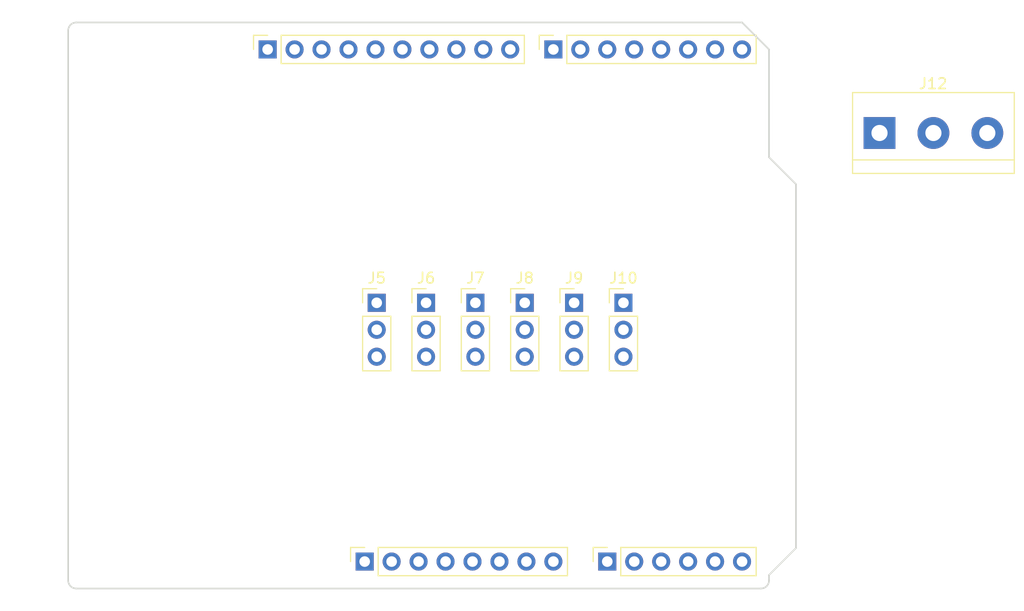
<source format=kicad_pcb>
(kicad_pcb (version 20221018) (generator pcbnew)
  (title_block (date "mar. 31 mars 2015"))
  (layers (0 "F.Cu" signal) (31 "B.Cu" signal) (34 "B.Paste" user) (35 "F.Paste" user) (36 "B.SilkS" user "B.Silkscreen") (37 "F.SilkS" user "F.Silkscreen") (38 "B.Mask" user) (39 "F.Mask" user) (44 "Edge.Cuts" user))
  (net 0 "")
  (net 1 "GND")
  (net 3 "+5V")
  (net 4 "/IOREF")
  (net 5 "/A0")
  (net 6 "/A1")
  (net 7 "/A2")
  (net 8 "/A3")
  (net 9 "/SDA{slash}A4")
  (net 10 "/SCL{slash}A5")
  (net 11 "/13")
  (net 12 "/12")
  (net 13 "/AREF")
  (net 14 "/8")
  (net 15 "/7")
  (net 16 "/*11")
  (net 17 "/*10")
  (net 18 "/*9")
  (net 19 "/4")
  (net 20 "/2")
  (net 21 "/*6")
  (net 22 "/*5")
  (net 23 "/TX{slash}1")
  (net 24 "/*3")
  (net 25 "/RX{slash}0")
  (net 26 "+3V3")
  (net 27 "VCC")
  (net 28 "/~{RESET}")
  (net 29 "Net-(J10-Pin_2)")
  (footprint "Connector_PinSocket_2.54mm:PinSocket_1x08_P2.54mm_Vertical" (layer "F.Cu") (at 127.94 97.46 90)
    (fp_text reference "J1" hide)
    (fp_text value "Power")
    (fp_line (start -1.33 1.27) (end -1.33 19.11) (stroke (width 0.12)) (layer "F.SilkS"))
    (fp_line (start -1.33 1.27) (end 1.33 1.27) (stroke (width 0.12)) (layer "F.SilkS"))
    (fp_line (start -1.33 19.11) (end 1.33 19.11) (stroke (width 0.12)) (layer "F.SilkS"))
    (fp_line (start 0 -1.33) (end 1.33 -1.33) (stroke (width 0.12)) (layer "F.SilkS"))
    (fp_line (start 1.33 -1.33) (end 1.33 0) (stroke (width 0.12)) (layer "F.SilkS"))
    (fp_line (start 1.33 1.27) (end 1.33 19.11) (stroke (width 0.12)) (layer "F.SilkS"))
    (pad "1" thru_hole rect locked (at 0 0 90) (size 1.7 1.7) (drill 1) (layers "*.Cu" "*.Mask"))
    (pad "2" thru_hole oval locked (at 0 2.54 90) (size 1.7 1.7) (drill 1) (layers "*.Cu" "*.Mask") (net 4 "/IOREF"))
    (pad "3" thru_hole oval locked (at 0 5.08 90) (size 1.7 1.7) (drill 1) (layers "*.Cu" "*.Mask") (net 28 "/~{RESET}"))
    (pad "4" thru_hole oval locked (at 0 7.62 90) (size 1.7 1.7) (drill 1) (layers "*.Cu" "*.Mask") (net 26 "+3V3"))
    (pad "5" thru_hole oval locked (at 0 10.16 90) (size 1.7 1.7) (drill 1) (layers "*.Cu" "*.Mask") (net 3 "+5V"))
    (pad "6" thru_hole oval locked (at 0 12.7 90) (size 1.7 1.7) (drill 1) (layers "*.Cu" "*.Mask") (net 1 "GND"))
    (pad "7" thru_hole oval locked (at 0 15.24 90) (size 1.7 1.7) (drill 1) (layers "*.Cu" "*.Mask") (net 1 "GND"))
    (pad "8" thru_hole oval locked (at 0 17.78 90) (size 1.7 1.7) (drill 1) (layers "*.Cu" "*.Mask") (net 27 "VCC"))
  )
  (footprint "Connector_PinSocket_2.54mm:PinSocket_1x06_P2.54mm_Vertical" (layer "F.Cu") (at 150.8 97.46 90)
    (fp_text reference "J3" hide)
    (fp_text value "Analog")
    (fp_line (start -1.33 1.27) (end -1.33 14.03) (stroke (width 0.12)) (layer "F.SilkS"))
    (fp_line (start -1.33 1.27) (end 1.33 1.27) (stroke (width 0.12)) (layer "F.SilkS"))
    (fp_line (start -1.33 14.03) (end 1.33 14.03) (stroke (width 0.12)) (layer "F.SilkS"))
    (fp_line (start 0 -1.33) (end 1.33 -1.33) (stroke (width 0.12)) (layer "F.SilkS"))
    (fp_line (start 1.33 -1.33) (end 1.33 0) (stroke (width 0.12)) (layer "F.SilkS"))
    (fp_line (start 1.33 1.27) (end 1.33 14.03) (stroke (width 0.12)) (layer "F.SilkS"))
    (pad "1" thru_hole rect locked (at 0 0 90) (size 1.7 1.7) (drill 1) (layers "*.Cu" "*.Mask") (net 5 "/A0"))
    (pad "2" thru_hole oval locked (at 0 2.54 90) (size 1.7 1.7) (drill 1) (layers "*.Cu" "*.Mask") (net 6 "/A1"))
    (pad "3" thru_hole oval locked (at 0 5.08 90) (size 1.7 1.7) (drill 1) (layers "*.Cu" "*.Mask") (net 7 "/A2"))
    (pad "4" thru_hole oval locked (at 0 7.62 90) (size 1.7 1.7) (drill 1) (layers "*.Cu" "*.Mask") (net 8 "/A3"))
    (pad "5" thru_hole oval locked (at 0 10.16 90) (size 1.7 1.7) (drill 1) (layers "*.Cu" "*.Mask") (net 9 "/SDA{slash}A4"))
    (pad "6" thru_hole oval locked (at 0 12.7 90) (size 1.7 1.7) (drill 1) (layers "*.Cu" "*.Mask") (net 10 "/SCL{slash}A5"))
  )
  (footprint "Connector_PinSocket_2.54mm:PinSocket_1x10_P2.54mm_Vertical" (layer "F.Cu") (at 118.796 49.2 90)
    (fp_text reference "J2" hide)
    (fp_text value "Digital/PWM")
    (fp_line (start -1.33 1.27) (end -1.33 24.19) (stroke (width 0.12)) (layer "F.SilkS"))
    (fp_line (start -1.33 1.27) (end 1.33 1.27) (stroke (width 0.12)) (layer "F.SilkS"))
    (fp_line (start -1.33 24.19) (end 1.33 24.19) (stroke (width 0.12)) (layer "F.SilkS"))
    (fp_line (start 0 -1.33) (end 1.33 -1.33) (stroke (width 0.12)) (layer "F.SilkS"))
    (fp_line (start 1.33 -1.33) (end 1.33 0) (stroke (width 0.12)) (layer "F.SilkS"))
    (fp_line (start 1.33 1.27) (end 1.33 24.19) (stroke (width 0.12)) (layer "F.SilkS"))
    (pad "1" thru_hole rect locked (at 0 0 90) (size 1.7 1.7) (drill 1) (layers "*.Cu" "*.Mask") (net 10 "/SCL{slash}A5"))
    (pad "2" thru_hole oval locked (at 0 2.54 90) (size 1.7 1.7) (drill 1) (layers "*.Cu" "*.Mask") (net 9 "/SDA{slash}A4"))
    (pad "3" thru_hole oval locked (at 0 5.08 90) (size 1.7 1.7) (drill 1) (layers "*.Cu" "*.Mask") (net 13 "/AREF"))
    (pad "4" thru_hole oval locked (at 0 7.62 90) (size 1.7 1.7) (drill 1) (layers "*.Cu" "*.Mask") (net 1 "GND"))
    (pad "5" thru_hole oval locked (at 0 10.16 90) (size 1.7 1.7) (drill 1) (layers "*.Cu" "*.Mask") (net 11 "/13"))
    (pad "6" thru_hole oval locked (at 0 12.7 90) (size 1.7 1.7) (drill 1) (layers "*.Cu" "*.Mask") (net 12 "/12"))
    (pad "7" thru_hole oval locked (at 0 15.24 90) (size 1.7 1.7) (drill 1) (layers "*.Cu" "*.Mask") (net 16 "/*11"))
    (pad "8" thru_hole oval locked (at 0 17.78 90) (size 1.7 1.7) (drill 1) (layers "*.Cu" "*.Mask") (net 17 "/*10"))
    (pad "9" thru_hole oval locked (at 0 20.32 90) (size 1.7 1.7) (drill 1) (layers "*.Cu" "*.Mask") (net 18 "/*9"))
    (pad "10" thru_hole oval locked (at 0 22.86 90) (size 1.7 1.7) (drill 1) (layers "*.Cu" "*.Mask") (net 14 "/8"))
  )
  (footprint "Connector_PinSocket_2.54mm:PinSocket_1x08_P2.54mm_Vertical" (layer "F.Cu") (at 145.72 49.2 90)
    (fp_text reference "J4" hide)
    (fp_text value "Digital/PWM")
    (fp_line (start -1.33 1.27) (end -1.33 19.11) (stroke (width 0.12)) (layer "F.SilkS"))
    (fp_line (start -1.33 1.27) (end 1.33 1.27) (stroke (width 0.12)) (layer "F.SilkS"))
    (fp_line (start -1.33 19.11) (end 1.33 19.11) (stroke (width 0.12)) (layer "F.SilkS"))
    (fp_line (start 0 -1.33) (end 1.33 -1.33) (stroke (width 0.12)) (layer "F.SilkS"))
    (fp_line (start 1.33 -1.33) (end 1.33 0) (stroke (width 0.12)) (layer "F.SilkS"))
    (fp_line (start 1.33 1.27) (end 1.33 19.11) (stroke (width 0.12)) (layer "F.SilkS"))
    (pad "1" thru_hole rect locked (at 0 0 90) (size 1.7 1.7) (drill 1) (layers "*.Cu" "*.Mask") (net 15 "/7"))
    (pad "2" thru_hole oval locked (at 0 2.54 90) (size 1.7 1.7) (drill 1) (layers "*.Cu" "*.Mask") (net 21 "/*6"))
    (pad "3" thru_hole oval locked (at 0 5.08 90) (size 1.7 1.7) (drill 1) (layers "*.Cu" "*.Mask") (net 22 "/*5"))
    (pad "4" thru_hole oval locked (at 0 7.62 90) (size 1.7 1.7) (drill 1) (layers "*.Cu" "*.Mask") (net 19 "/4"))
    (pad "5" thru_hole oval locked (at 0 10.16 90) (size 1.7 1.7) (drill 1) (layers "*.Cu" "*.Mask") (net 24 "/*3"))
    (pad "6" thru_hole oval locked (at 0 12.7 90) (size 1.7 1.7) (drill 1) (layers "*.Cu" "*.Mask") (net 20 "/2"))
    (pad "7" thru_hole oval locked (at 0 15.24 90) (size 1.7 1.7) (drill 1) (layers "*.Cu" "*.Mask") (net 23 "/TX{slash}1"))
    (pad "8" thru_hole oval locked (at 0 17.78 90) (size 1.7 1.7) (drill 1) (layers "*.Cu" "*.Mask") (net 25 "/RX{slash}0"))
  )
  (footprint "TerminalBlock:TerminalBlock_bornier-3_P5.08mm" (layer "F.Cu") (at 176.454 57.074)
    (fp_text reference "J12" (at 5.05 -4.65) (layer "F.SilkS"))
    (fp_text value "Screw_Terminal_01x02")
    (fp_line (start -2.54 -3.81) (end 12.7 -3.81) (stroke (width 0.12)) (layer "F.SilkS"))
    (fp_line (start -2.54 2.54) (end 12.7 2.54) (stroke (width 0.12)) (layer "F.SilkS"))
    (fp_line (start -2.54 3.81) (end -2.54 -3.81) (stroke (width 0.12)) (layer "F.SilkS"))
    (fp_line (start -2.54 3.81) (end 12.7 3.81) (stroke (width 0.12)) (layer "F.SilkS"))
    (fp_line (start 12.7 3.81) (end 12.7 -3.81) (stroke (width 0.12)) (layer "F.SilkS"))
    (pad "1" thru_hole rect (at 0 0) (size 3 3) (drill 1.52) (layers "*.Cu" "*.Mask") (net 29 "Net-(J10-Pin_2)"))
    (pad "2" thru_hole circle (at 5.08 0) (size 3 3) (drill 1.52) (layers "*.Cu" "*.Mask") (net 1 "GND"))
    (pad "3" thru_hole circle (at 10.16 0) (size 3 3) (drill 1.52) (layers "*.Cu" "*.Mask"))
  )
  (footprint "Connector_PinHeader_2.54mm:PinHeader_1x03_P2.54mm_Vertical" (layer "F.Cu") (at 129.074 73.076)
    (fp_text reference "J5" (at 0 -2.33) (layer "F.SilkS"))
    (fp_text value "Conn_01x03")
    (fp_line (start -1.33 -1.33) (end 0 -1.33) (stroke (width 0.12)) (layer "F.SilkS"))
    (fp_line (start -1.33 0) (end -1.33 -1.33) (stroke (width 0.12)) (layer "F.SilkS"))
    (fp_line (start -1.33 1.27) (end -1.33 6.41) (stroke (width 0.12)) (layer "F.SilkS"))
    (fp_line (start -1.33 1.27) (end 1.33 1.27) (stroke (width 0.12)) (layer "F.SilkS"))
    (fp_line (start -1.33 6.41) (end 1.33 6.41) (stroke (width 0.12)) (layer "F.SilkS"))
    (fp_line (start 1.33 1.27) (end 1.33 6.41) (stroke (width 0.12)) (layer "F.SilkS"))
    (pad "1" thru_hole rect (at 0 0) (size 1.7 1.7) (drill 1) (layers "*.Cu" "*.Mask") (net 10 "/SCL{slash}A5"))
    (pad "2" thru_hole oval (at 0 2.54) (size 1.7 1.7) (drill 1) (layers "*.Cu" "*.Mask") (net 29 "Net-(J10-Pin_2)"))
    (pad "3" thru_hole oval (at 0 5.08) (size 1.7 1.7) (drill 1) (layers "*.Cu" "*.Mask") (net 1 "GND"))
  )
  (footprint "Connector_PinHeader_2.54mm:PinHeader_1x03_P2.54mm_Vertical" (layer "F.Cu") (at 152.324 73.076)
    (fp_text reference "J10" (at 0 -2.33) (layer "F.SilkS"))
    (fp_text value "Conn_01x03")
    (fp_line (start -1.33 -1.33) (end 0 -1.33) (stroke (width 0.12)) (layer "F.SilkS"))
    (fp_line (start -1.33 0) (end -1.33 -1.33) (stroke (width 0.12)) (layer "F.SilkS"))
    (fp_line (start -1.33 1.27) (end -1.33 6.41) (stroke (width 0.12)) (layer "F.SilkS"))
    (fp_line (start -1.33 1.27) (end 1.33 1.27) (stroke (width 0.12)) (layer "F.SilkS"))
    (fp_line (start -1.33 6.41) (end 1.33 6.41) (stroke (width 0.12)) (layer "F.SilkS"))
    (fp_line (start 1.33 1.27) (end 1.33 6.41) (stroke (width 0.12)) (layer "F.SilkS"))
    (pad "1" thru_hole rect (at 0 0) (size 1.7 1.7) (drill 1) (layers "*.Cu" "*.Mask") (net 5 "/A0"))
    (pad "2" thru_hole oval (at 0 2.54) (size 1.7 1.7) (drill 1) (layers "*.Cu" "*.Mask") (net 29 "Net-(J10-Pin_2)"))
    (pad "3" thru_hole oval (at 0 5.08) (size 1.7 1.7) (drill 1) (layers "*.Cu" "*.Mask") (net 1 "GND"))
  )
  (footprint "Arduino_MountingHole:MountingHole_3.2mm" (layer "F.Cu") (at 115.24 49.2)
    (fp_text reference "MH1" hide)
    (fp_text value "MountingHole_3.2mm" hide)
    (pad "" np_thru_hole circle locked (at 0 0) (size 3.2 3.2) (drill 3.2) (layers "*.Cu" "*.Mask"))
  )
  (footprint "Connector_PinHeader_2.54mm:PinHeader_1x03_P2.54mm_Vertical" (layer "F.Cu") (at 138.374 73.076)
    (fp_text reference "J7" (at 0 -2.33) (layer "F.SilkS"))
    (fp_text value "Conn_01x03")
    (fp_line (start -1.33 -1.33) (end 0 -1.33) (stroke (width 0.12)) (layer "F.SilkS"))
    (fp_line (start -1.33 0) (end -1.33 -1.33) (stroke (width 0.12)) (layer "F.SilkS"))
    (fp_line (start -1.33 1.27) (end -1.33 6.41) (stroke (width 0.12)) (layer "F.SilkS"))
    (fp_line (start -1.33 1.27) (end 1.33 1.27) (stroke (width 0.12)) (layer "F.SilkS"))
    (fp_line (start -1.33 6.41) (end 1.33 6.41) (stroke (width 0.12)) (layer "F.SilkS"))
    (fp_line (start 1.33 1.27) (end 1.33 6.41) (stroke (width 0.12)) (layer "F.SilkS"))
    (pad "1" thru_hole rect (at 0 0) (size 1.7 1.7) (drill 1) (layers "*.Cu" "*.Mask") (net 8 "/A3"))
    (pad "2" thru_hole oval (at 0 2.54) (size 1.7 1.7) (drill 1) (layers "*.Cu" "*.Mask") (net 29 "Net-(J10-Pin_2)"))
    (pad "3" thru_hole oval (at 0 5.08) (size 1.7 1.7) (drill 1) (layers "*.Cu" "*.Mask") (net 1 "GND"))
  )
  (footprint "Connector_PinHeader_2.54mm:PinHeader_1x03_P2.54mm_Vertical" (layer "F.Cu") (at 143.024 73.076)
    (fp_text reference "J8" (at 0 -2.33) (layer "F.SilkS"))
    (fp_text value "Conn_01x03")
    (fp_line (start -1.33 -1.33) (end 0 -1.33) (stroke (width 0.12)) (layer "F.SilkS"))
    (fp_line (start -1.33 0) (end -1.33 -1.33) (stroke (width 0.12)) (layer "F.SilkS"))
    (fp_line (start -1.33 1.27) (end -1.33 6.41) (stroke (width 0.12)) (layer "F.SilkS"))
    (fp_line (start -1.33 1.27) (end 1.33 1.27) (stroke (width 0.12)) (layer "F.SilkS"))
    (fp_line (start -1.33 6.41) (end 1.33 6.41) (stroke (width 0.12)) (layer "F.SilkS"))
    (fp_line (start 1.33 1.27) (end 1.33 6.41) (stroke (width 0.12)) (layer "F.SilkS"))
    (pad "1" thru_hole rect (at 0 0) (size 1.7 1.7) (drill 1) (layers "*.Cu" "*.Mask") (net 7 "/A2"))
    (pad "2" thru_hole oval (at 0 2.54) (size 1.7 1.7) (drill 1) (layers "*.Cu" "*.Mask") (net 29 "Net-(J10-Pin_2)"))
    (pad "3" thru_hole oval (at 0 5.08) (size 1.7 1.7) (drill 1) (layers "*.Cu" "*.Mask") (net 1 "GND"))
  )
  (footprint "Connector_PinHeader_2.54mm:PinHeader_1x03_P2.54mm_Vertical" (layer "F.Cu") (at 133.724 73.076)
    (fp_text reference "J6" (at 0 -2.33) (layer "F.SilkS"))
    (fp_text value "Conn_01x03")
    (fp_line (start -1.33 -1.33) (end 0 -1.33) (stroke (width 0.12)) (layer "F.SilkS"))
    (fp_line (start -1.33 0) (end -1.33 -1.33) (stroke (width 0.12)) (layer "F.SilkS"))
    (fp_line (start -1.33 1.27) (end -1.33 6.41) (stroke (width 0.12)) (layer "F.SilkS"))
    (fp_line (start -1.33 1.27) (end 1.33 1.27) (stroke (width 0.12)) (layer "F.SilkS"))
    (fp_line (start -1.33 6.41) (end 1.33 6.41) (stroke (width 0.12)) (layer "F.SilkS"))
    (fp_line (start 1.33 1.27) (end 1.33 6.41) (stroke (width 0.12)) (layer "F.SilkS"))
    (pad "1" thru_hole rect (at 0 0) (size 1.7 1.7) (drill 1) (layers "*.Cu" "*.Mask") (net 9 "/SDA{slash}A4"))
    (pad "2" thru_hole oval (at 0 2.54) (size 1.7 1.7) (drill 1) (layers "*.Cu" "*.Mask") (net 29 "Net-(J10-Pin_2)"))
    (pad "3" thru_hole oval (at 0 5.08) (size 1.7 1.7) (drill 1) (layers "*.Cu" "*.Mask") (net 1 "GND"))
  )
  (footprint "Connector_PinHeader_2.54mm:PinHeader_1x03_P2.54mm_Vertical" (layer "F.Cu") (at 147.674 73.076)
    (fp_text reference "J9" (at 0 -2.33) (layer "F.SilkS"))
    (fp_text value "Conn_01x03")
    (fp_line (start -1.33 -1.33) (end 0 -1.33) (stroke (width 0.12)) (layer "F.SilkS"))
    (fp_line (start -1.33 0) (end -1.33 -1.33) (stroke (width 0.12)) (layer "F.SilkS"))
    (fp_line (start -1.33 1.27) (end -1.33 6.41) (stroke (width 0.12)) (layer "F.SilkS"))
    (fp_line (start -1.33 1.27) (end 1.33 1.27) (stroke (width 0.12)) (layer "F.SilkS"))
    (fp_line (start -1.33 6.41) (end 1.33 6.41) (stroke (width 0.12)) (layer "F.SilkS"))
    (fp_line (start 1.33 1.27) (end 1.33 6.41) (stroke (width 0.12)) (layer "F.SilkS"))
    (pad "1" thru_hole rect (at 0 0) (size 1.7 1.7) (drill 1) (layers "*.Cu" "*.Mask") (net 6 "/A1"))
    (pad "2" thru_hole oval (at 0 2.54) (size 1.7 1.7) (drill 1) (layers "*.Cu" "*.Mask") (net 29 "Net-(J10-Pin_2)"))
    (pad "3" thru_hole oval (at 0 5.08) (size 1.7 1.7) (drill 1) (layers "*.Cu" "*.Mask") (net 1 "GND"))
  )
  (footprint "Arduino_MountingHole:MountingHole_3.2mm" (layer "F.Cu") (at 113.97 97.46)
    (fp_text reference "MH2" hide)
    (fp_text value "MountingHole_3.2mm" hide)
    (pad "" np_thru_hole circle locked (at 0 0) (size 3.2 3.2) (drill 3.2) (layers "*.Cu" "*.Mask"))
  )
  (footprint "Arduino_MountingHole:MountingHole_3.2mm" (layer "F.Cu") (at 166.04 64.44)
    (fp_text reference "MH3" hide)
    (fp_text value "MountingHole_3.2mm" hide)
    (pad "" np_thru_hole circle locked (at 0 0) (size 3.2 3.2) (drill 3.2) (layers "*.Cu" "*.Mask"))
  )
  (footprint "Arduino_MountingHole:MountingHole_3.2mm" (layer "F.Cu") (at 166.04 92.38)
    (fp_text reference "MH4" hide)
    (fp_text value "MountingHole_3.2mm" hide)
    (pad "" np_thru_hole circle locked (at 0 0) (size 3.2 3.2) (drill 3.2) (layers "*.Cu" "*.Mask"))
  )
  (gr_line (start 166.04 59.36) (end 168.58 61.9) (stroke (width 0.15)) (layer "Edge.Cuts"))
  (gr_line (start 100 99.238) (end 100 47.422) (stroke (width 0.15)) (layer "Edge.Cuts"))
  (gr_line (start 168.58 61.9) (end 168.58 96.19) (stroke (width 0.15)) (layer "Edge.Cuts"))
  (gr_line (start 165.278 100) (end 100.762 100) (stroke (width 0.15)) (layer "Edge.Cuts"))
  (gr_line (start 100.762 46.66) (end 163.5 46.66) (stroke (width 0.15)) (layer "Edge.Cuts"))
  (gr_arc (start 100.762 100) (mid 100.223185 99.776815) (end 100 99.238) (stroke (width 0.15)) (layer "Edge.Cuts"))
  (gr_line (start 168.58 96.19) (end 166.04 98.73) (stroke (width 0.15)) (layer "Edge.Cuts"))
  (gr_line (start 163.5 46.66) (end 166.04 49.2) (stroke (width 0.15)) (layer "Edge.Cuts"))
  (gr_arc (start 166.04 99.238) (mid 165.816815 99.776815) (end 165.278 100) (stroke (width 0.15)) (layer "Edge.Cuts"))
  (gr_line (start 166.04 49.2) (end 166.04 59.36) (stroke (width 0.15)) (layer "Edge.Cuts"))
  (gr_line (start 166.04 98.73) (end 166.04 99.238) (stroke (width 0.15)) (layer "Edge.Cuts"))
  (gr_arc (start 100 47.422) (mid 100.223185 46.883185) (end 100.762 46.66) (stroke (width 0.15)) (layer "Edge.Cuts"))
)
</source>
